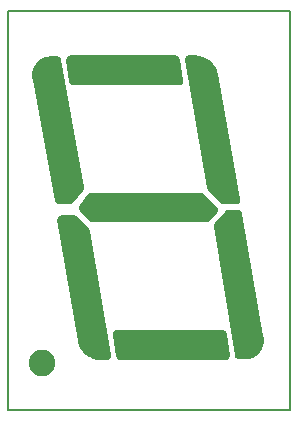
<source format=gbr>
G04 EAGLE Gerber RS-274X export*
G75*
%MOMM*%
%FSLAX34Y34*%
%LPD*%
%INSilkscreen Bottom*%
%IPPOS*%
%AMOC8*
5,1,8,0,0,1.08239X$1,22.5*%
G01*
%ADD10C,0.152400*%
%ADD11C,2.250000*%

G36*
X501289Y67864D02*
X501289Y67864D01*
X501363Y67866D01*
X503560Y68118D01*
X503561Y68118D01*
X503564Y68119D01*
X504091Y68219D01*
X504159Y68243D01*
X504213Y68255D01*
X506328Y68902D01*
X506329Y68902D01*
X506333Y68904D01*
X506831Y69098D01*
X506894Y69134D01*
X506945Y69155D01*
X508906Y70176D01*
X508907Y70176D01*
X508911Y70179D01*
X509366Y70460D01*
X509421Y70507D01*
X509468Y70537D01*
X511211Y71897D01*
X511211Y71898D01*
X511212Y71898D01*
X511214Y71900D01*
X511611Y72260D01*
X511657Y72316D01*
X511697Y72354D01*
X513164Y74009D01*
X513165Y74010D01*
X513167Y74013D01*
X513492Y74439D01*
X513526Y74502D01*
X513559Y74547D01*
X514701Y76440D01*
X514701Y76441D01*
X514703Y76445D01*
X514945Y76923D01*
X514967Y76991D01*
X514992Y77041D01*
X515770Y79111D01*
X515771Y79116D01*
X515922Y79629D01*
X515932Y79701D01*
X515947Y79754D01*
X516336Y81931D01*
X516336Y81932D01*
X516336Y81935D01*
X516354Y82107D01*
X516359Y82134D01*
X516359Y82153D01*
X516391Y82468D01*
X516388Y82540D01*
X516393Y82596D01*
X516380Y84807D01*
X516380Y84808D01*
X516379Y84812D01*
X516337Y85345D01*
X516320Y85416D01*
X516315Y85471D01*
X515907Y87606D01*
X498305Y191138D01*
X498289Y191202D01*
X498280Y191268D01*
X498224Y191464D01*
X498175Y191663D01*
X498150Y191724D01*
X498131Y191788D01*
X498047Y191973D01*
X497969Y192162D01*
X497935Y192219D01*
X497908Y192280D01*
X497797Y192451D01*
X497692Y192626D01*
X497650Y192678D01*
X497614Y192733D01*
X497479Y192887D01*
X497350Y193044D01*
X497301Y193089D01*
X497257Y193139D01*
X497100Y193271D01*
X496949Y193408D01*
X496894Y193444D01*
X496843Y193487D01*
X496670Y193594D01*
X496500Y193708D01*
X496440Y193736D01*
X496383Y193771D01*
X496196Y193851D01*
X496011Y193938D01*
X495947Y193957D01*
X495886Y193983D01*
X495689Y194035D01*
X495493Y194094D01*
X495428Y194104D01*
X495364Y194121D01*
X495226Y194133D01*
X494959Y194172D01*
X494805Y194172D01*
X494700Y194181D01*
X486150Y194181D01*
X485975Y194168D01*
X485800Y194164D01*
X485706Y194148D01*
X485611Y194141D01*
X485440Y194103D01*
X485268Y194073D01*
X485177Y194043D01*
X485084Y194022D01*
X484920Y193959D01*
X484754Y193904D01*
X484669Y193862D01*
X484580Y193827D01*
X484428Y193740D01*
X484271Y193662D01*
X484193Y193607D01*
X484110Y193559D01*
X483972Y193451D01*
X483829Y193350D01*
X483772Y193294D01*
X483685Y193226D01*
X483441Y192967D01*
X483355Y192882D01*
X474922Y182883D01*
X474829Y182754D01*
X474728Y182631D01*
X474670Y182536D01*
X474605Y182445D01*
X474532Y182304D01*
X474450Y182167D01*
X474407Y182065D01*
X474356Y181966D01*
X474304Y181815D01*
X474244Y181668D01*
X474217Y181560D01*
X474181Y181455D01*
X474152Y181298D01*
X474113Y181143D01*
X474103Y181033D01*
X474082Y180923D01*
X474077Y180764D01*
X474062Y180605D01*
X474068Y180513D01*
X474064Y180383D01*
X474099Y180074D01*
X474108Y179941D01*
X491771Y71061D01*
X491778Y71030D01*
X491782Y70998D01*
X491841Y70767D01*
X491897Y70535D01*
X491909Y70505D01*
X491916Y70475D01*
X492009Y70255D01*
X492099Y70034D01*
X492115Y70006D01*
X492127Y69977D01*
X492251Y69773D01*
X492372Y69567D01*
X492392Y69543D01*
X492408Y69516D01*
X492561Y69333D01*
X492711Y69147D01*
X492735Y69125D01*
X492755Y69101D01*
X492934Y68942D01*
X493109Y68781D01*
X493135Y68763D01*
X493159Y68742D01*
X493359Y68611D01*
X493556Y68477D01*
X493585Y68463D01*
X493611Y68446D01*
X493828Y68347D01*
X494043Y68243D01*
X494073Y68234D01*
X494102Y68220D01*
X494331Y68154D01*
X494559Y68083D01*
X494591Y68078D01*
X494621Y68069D01*
X494740Y68055D01*
X495094Y68001D01*
X495203Y68001D01*
X495283Y67991D01*
X500849Y67843D01*
X501289Y67864D01*
G37*
G36*
X493049Y199030D02*
X493049Y199030D01*
X493198Y199031D01*
X493318Y199050D01*
X493439Y199059D01*
X493585Y199092D01*
X493732Y199115D01*
X493847Y199151D01*
X493966Y199178D01*
X494105Y199232D01*
X494247Y199276D01*
X494357Y199329D01*
X494470Y199373D01*
X494600Y199447D01*
X494734Y199512D01*
X494834Y199580D01*
X494940Y199641D01*
X495057Y199733D01*
X495180Y199817D01*
X495269Y199899D01*
X495365Y199974D01*
X495467Y200083D01*
X495576Y200184D01*
X495653Y200279D01*
X495736Y200367D01*
X495821Y200489D01*
X495914Y200606D01*
X495976Y200711D01*
X496045Y200811D01*
X496111Y200944D01*
X496186Y201073D01*
X496232Y201186D01*
X496286Y201295D01*
X496331Y201436D01*
X496387Y201575D01*
X496415Y201693D01*
X496452Y201809D01*
X496477Y201956D01*
X496511Y202101D01*
X496521Y202222D01*
X496541Y202342D01*
X496544Y202491D01*
X496556Y202639D01*
X496548Y202739D01*
X496550Y202882D01*
X496513Y203166D01*
X496502Y203303D01*
X478052Y309053D01*
X477970Y309378D01*
X477944Y309503D01*
X477116Y312186D01*
X476919Y312689D01*
X476897Y312727D01*
X476884Y312760D01*
X475615Y315264D01*
X475336Y315727D01*
X475308Y315761D01*
X475290Y315791D01*
X473617Y318046D01*
X473264Y318455D01*
X473230Y318483D01*
X473207Y318510D01*
X471178Y320450D01*
X470761Y320793D01*
X470723Y320816D01*
X470696Y320838D01*
X468368Y322408D01*
X467899Y322676D01*
X467858Y322692D01*
X467827Y322709D01*
X465268Y323864D01*
X464761Y324049D01*
X464717Y324058D01*
X464684Y324070D01*
X461967Y324776D01*
X461435Y324873D01*
X461391Y324874D01*
X461357Y324880D01*
X458560Y325118D01*
X458371Y325120D01*
X458250Y325131D01*
X453300Y325131D01*
X453151Y325120D01*
X453001Y325119D01*
X452881Y325100D01*
X452761Y325091D01*
X452615Y325058D01*
X452467Y325035D01*
X452351Y324999D01*
X452234Y324972D01*
X452094Y324918D01*
X451951Y324873D01*
X451842Y324821D01*
X451730Y324777D01*
X451600Y324703D01*
X451465Y324637D01*
X451365Y324569D01*
X451260Y324509D01*
X451142Y324417D01*
X451019Y324332D01*
X450930Y324250D01*
X450835Y324176D01*
X450732Y324067D01*
X450622Y323965D01*
X450547Y323870D01*
X450464Y323783D01*
X450378Y323660D01*
X450285Y323543D01*
X450224Y323438D01*
X450155Y323339D01*
X450088Y323205D01*
X450013Y323076D01*
X449968Y322964D01*
X449914Y322855D01*
X449868Y322713D01*
X449813Y322574D01*
X449785Y322456D01*
X449748Y322341D01*
X449723Y322194D01*
X449689Y322048D01*
X449679Y321927D01*
X449659Y321808D01*
X449656Y321658D01*
X449644Y321509D01*
X449652Y321409D01*
X449650Y321268D01*
X449687Y320982D01*
X449698Y320845D01*
X468598Y212845D01*
X468649Y212645D01*
X468692Y212445D01*
X468715Y212384D01*
X468731Y212321D01*
X468810Y212131D01*
X468882Y211939D01*
X468914Y211882D01*
X468939Y211822D01*
X469045Y211646D01*
X469145Y211466D01*
X469180Y211422D01*
X469218Y211359D01*
X469551Y210956D01*
X469560Y210945D01*
X479910Y200145D01*
X479954Y200106D01*
X479993Y200061D01*
X480155Y199925D01*
X480312Y199784D01*
X480361Y199751D01*
X480407Y199713D01*
X480586Y199602D01*
X480763Y199485D01*
X480816Y199460D01*
X480867Y199429D01*
X481061Y199346D01*
X481252Y199257D01*
X481309Y199240D01*
X481364Y199217D01*
X481568Y199163D01*
X481770Y199103D01*
X481829Y199095D01*
X481886Y199079D01*
X482024Y199067D01*
X482306Y199027D01*
X482449Y199028D01*
X482550Y199019D01*
X492900Y199019D01*
X493049Y199030D01*
G37*
G36*
X352225Y199032D02*
X352225Y199032D01*
X352400Y199036D01*
X352494Y199052D01*
X352589Y199059D01*
X352760Y199097D01*
X352933Y199127D01*
X353023Y199157D01*
X353116Y199178D01*
X353280Y199241D01*
X353446Y199296D01*
X353531Y199339D01*
X353620Y199373D01*
X353772Y199460D01*
X353929Y199538D01*
X354007Y199593D01*
X354090Y199641D01*
X354228Y199749D01*
X354371Y199850D01*
X354428Y199906D01*
X354515Y199974D01*
X354759Y200233D01*
X354845Y200318D01*
X363278Y210317D01*
X363386Y210466D01*
X363501Y210609D01*
X363544Y210684D01*
X363595Y210755D01*
X363680Y210918D01*
X363772Y211077D01*
X363804Y211157D01*
X363844Y211234D01*
X363904Y211408D01*
X363971Y211579D01*
X363991Y211664D01*
X364019Y211745D01*
X364053Y211926D01*
X364095Y212105D01*
X364102Y212192D01*
X364118Y212277D01*
X364124Y212461D01*
X364139Y212644D01*
X364133Y212718D01*
X364136Y212817D01*
X364093Y213203D01*
X364084Y213308D01*
X345071Y321288D01*
X345069Y321295D01*
X345068Y321302D01*
X345003Y321556D01*
X344938Y321812D01*
X344935Y321818D01*
X344934Y321825D01*
X344832Y322064D01*
X344729Y322311D01*
X344726Y322317D01*
X344723Y322323D01*
X344586Y322548D01*
X344450Y322773D01*
X344445Y322778D01*
X344442Y322784D01*
X344272Y322987D01*
X344105Y323189D01*
X344100Y323194D01*
X344095Y323199D01*
X343900Y323373D01*
X343702Y323550D01*
X343696Y323554D01*
X343691Y323558D01*
X343473Y323701D01*
X343251Y323847D01*
X343245Y323850D01*
X343239Y323854D01*
X343002Y323963D01*
X342761Y324075D01*
X342754Y324077D01*
X342748Y324080D01*
X342494Y324153D01*
X342242Y324228D01*
X342236Y324229D01*
X342229Y324231D01*
X342181Y324236D01*
X341707Y324303D01*
X341627Y324302D01*
X341567Y324309D01*
X336001Y324457D01*
X335561Y324436D01*
X335487Y324434D01*
X333290Y324182D01*
X333289Y324182D01*
X333286Y324181D01*
X332759Y324081D01*
X332691Y324057D01*
X332637Y324046D01*
X330522Y323398D01*
X330521Y323398D01*
X330517Y323396D01*
X330019Y323202D01*
X329956Y323166D01*
X329905Y323145D01*
X327944Y322124D01*
X327943Y322124D01*
X327939Y322121D01*
X327484Y321840D01*
X327429Y321793D01*
X327382Y321763D01*
X325639Y320403D01*
X325639Y320402D01*
X325638Y320402D01*
X325636Y320400D01*
X325239Y320040D01*
X325193Y319984D01*
X325153Y319946D01*
X323686Y318291D01*
X323685Y318290D01*
X323683Y318287D01*
X323359Y317861D01*
X323324Y317798D01*
X323291Y317753D01*
X322149Y315860D01*
X322149Y315859D01*
X322147Y315855D01*
X321905Y315378D01*
X321883Y315309D01*
X321858Y315259D01*
X321080Y313190D01*
X321080Y313189D01*
X321079Y313185D01*
X320928Y312671D01*
X320918Y312599D01*
X320903Y312546D01*
X320514Y310369D01*
X320514Y310368D01*
X320514Y310365D01*
X320459Y309832D01*
X320462Y309760D01*
X320457Y309704D01*
X320470Y307493D01*
X320470Y307492D01*
X320471Y307488D01*
X320513Y306955D01*
X320530Y306884D01*
X320535Y306829D01*
X320947Y304671D01*
X339905Y202011D01*
X339915Y201972D01*
X339920Y201932D01*
X339983Y201711D01*
X340042Y201488D01*
X340058Y201451D01*
X340069Y201412D01*
X340164Y201203D01*
X340254Y200991D01*
X340276Y200957D01*
X340292Y200920D01*
X340417Y200728D01*
X340538Y200531D01*
X340564Y200500D01*
X340586Y200467D01*
X340738Y200294D01*
X340886Y200118D01*
X340917Y200092D01*
X340943Y200061D01*
X341119Y199913D01*
X341292Y199761D01*
X341326Y199739D01*
X341357Y199713D01*
X341552Y199592D01*
X341746Y199467D01*
X341782Y199450D01*
X341817Y199429D01*
X342028Y199339D01*
X342238Y199244D01*
X342276Y199233D01*
X342314Y199217D01*
X342536Y199158D01*
X342757Y199095D01*
X342797Y199090D01*
X342836Y199079D01*
X342965Y199068D01*
X343293Y199025D01*
X343413Y199027D01*
X343500Y199019D01*
X352050Y199019D01*
X352225Y199032D01*
G37*
G36*
X383692Y67179D02*
X383692Y67179D01*
X383835Y67180D01*
X383961Y67199D01*
X384089Y67209D01*
X384228Y67240D01*
X384369Y67262D01*
X384491Y67300D01*
X384616Y67328D01*
X384749Y67379D01*
X384886Y67421D01*
X385001Y67477D01*
X385120Y67523D01*
X385244Y67594D01*
X385373Y67656D01*
X385478Y67727D01*
X385590Y67791D01*
X385702Y67879D01*
X385820Y67959D01*
X385914Y68045D01*
X386015Y68124D01*
X386113Y68228D01*
X386218Y68325D01*
X386298Y68424D01*
X386386Y68517D01*
X386467Y68634D01*
X386557Y68745D01*
X386622Y68856D01*
X386695Y68961D01*
X386759Y69088D01*
X386831Y69211D01*
X386879Y69330D01*
X386936Y69445D01*
X386980Y69580D01*
X387033Y69713D01*
X387063Y69837D01*
X387102Y69959D01*
X387126Y70099D01*
X387159Y70238D01*
X387170Y70366D01*
X387191Y70492D01*
X387194Y70634D01*
X387206Y70777D01*
X387198Y70881D01*
X387200Y71032D01*
X387165Y71303D01*
X387154Y71441D01*
X369154Y176741D01*
X369094Y176984D01*
X369035Y177230D01*
X369028Y177247D01*
X369024Y177266D01*
X368928Y177499D01*
X368834Y177732D01*
X368825Y177748D01*
X368818Y177765D01*
X368688Y177981D01*
X368562Y178198D01*
X368551Y178211D01*
X368540Y178229D01*
X368197Y178647D01*
X368160Y178681D01*
X368135Y178710D01*
X358235Y188610D01*
X358220Y188623D01*
X358207Y188639D01*
X358015Y188801D01*
X357826Y188963D01*
X357809Y188974D01*
X357793Y188987D01*
X357581Y189118D01*
X357369Y189252D01*
X357350Y189260D01*
X357333Y189271D01*
X357104Y189369D01*
X356875Y189470D01*
X356855Y189475D01*
X356836Y189483D01*
X356594Y189547D01*
X356353Y189613D01*
X356333Y189615D01*
X356314Y189621D01*
X356216Y189629D01*
X355817Y189677D01*
X355721Y189675D01*
X355650Y189681D01*
X345300Y189681D01*
X345164Y189671D01*
X345027Y189671D01*
X344895Y189651D01*
X344761Y189641D01*
X344628Y189611D01*
X344493Y189591D01*
X344365Y189552D01*
X344234Y189522D01*
X344107Y189473D01*
X343976Y189433D01*
X343855Y189375D01*
X343730Y189327D01*
X343611Y189259D01*
X343488Y189201D01*
X343377Y189126D01*
X343260Y189059D01*
X343153Y188975D01*
X343040Y188899D01*
X342941Y188808D01*
X342835Y188726D01*
X342742Y188627D01*
X342641Y188534D01*
X342556Y188430D01*
X342464Y188333D01*
X342386Y188221D01*
X342300Y188115D01*
X342232Y187999D01*
X342155Y187889D01*
X342094Y187767D01*
X342025Y187650D01*
X341974Y187526D01*
X341914Y187405D01*
X341872Y187276D01*
X341821Y187149D01*
X341789Y187019D01*
X341748Y186891D01*
X341725Y186757D01*
X341693Y186624D01*
X341681Y186491D01*
X341659Y186358D01*
X341657Y186222D01*
X341644Y186086D01*
X341652Y185977D01*
X341650Y185818D01*
X341684Y185559D01*
X341694Y185421D01*
X358794Y83271D01*
X358883Y82906D01*
X358906Y82797D01*
X359734Y80114D01*
X359931Y79611D01*
X359953Y79573D01*
X359966Y79540D01*
X361235Y77036D01*
X361514Y76573D01*
X361542Y76539D01*
X361560Y76509D01*
X363233Y74255D01*
X363586Y73845D01*
X363620Y73817D01*
X363643Y73790D01*
X365672Y71850D01*
X366021Y71563D01*
X366073Y71519D01*
X366078Y71516D01*
X366089Y71507D01*
X366127Y71484D01*
X366154Y71462D01*
X368482Y69892D01*
X368951Y69624D01*
X368992Y69608D01*
X369023Y69591D01*
X371582Y68436D01*
X372090Y68251D01*
X372133Y68242D01*
X372166Y68230D01*
X374883Y67524D01*
X375415Y67427D01*
X375459Y67426D01*
X375493Y67420D01*
X378291Y67182D01*
X378479Y67180D01*
X378600Y67169D01*
X383550Y67169D01*
X383692Y67179D01*
G37*
G36*
X467270Y183720D02*
X467270Y183720D01*
X467290Y183719D01*
X467540Y183740D01*
X467789Y183759D01*
X467809Y183763D01*
X467829Y183765D01*
X468072Y183823D01*
X468316Y183878D01*
X468335Y183885D01*
X468355Y183890D01*
X468587Y183983D01*
X468820Y184073D01*
X468838Y184083D01*
X468857Y184091D01*
X469072Y184216D01*
X469290Y184341D01*
X469306Y184353D01*
X469323Y184363D01*
X469398Y184426D01*
X469715Y184674D01*
X469781Y184744D01*
X469835Y184790D01*
X476585Y191540D01*
X476653Y191618D01*
X476728Y191690D01*
X476830Y191823D01*
X476938Y191949D01*
X476994Y192037D01*
X477057Y192119D01*
X477138Y192265D01*
X477227Y192406D01*
X477269Y192501D01*
X477319Y192592D01*
X477378Y192748D01*
X477445Y192900D01*
X477472Y193000D01*
X477509Y193098D01*
X477544Y193261D01*
X477588Y193422D01*
X477600Y193525D01*
X477622Y193626D01*
X477633Y193793D01*
X477652Y193958D01*
X477650Y194062D01*
X477656Y194165D01*
X477642Y194332D01*
X477637Y194498D01*
X477619Y194601D01*
X477610Y194704D01*
X477572Y194866D01*
X477542Y195031D01*
X477509Y195129D01*
X477485Y195230D01*
X477423Y195385D01*
X477370Y195543D01*
X477323Y195635D01*
X477284Y195732D01*
X477200Y195875D01*
X477124Y196024D01*
X477064Y196109D01*
X477012Y196198D01*
X476930Y196296D01*
X476810Y196464D01*
X476667Y196612D01*
X476585Y196710D01*
X465335Y207960D01*
X465320Y207973D01*
X465307Y207989D01*
X465115Y208151D01*
X464926Y208313D01*
X464909Y208324D01*
X464893Y208337D01*
X464681Y208468D01*
X464469Y208602D01*
X464450Y208610D01*
X464433Y208621D01*
X464204Y208719D01*
X463975Y208820D01*
X463955Y208825D01*
X463936Y208833D01*
X463694Y208897D01*
X463453Y208963D01*
X463433Y208965D01*
X463414Y208971D01*
X463316Y208979D01*
X462917Y209027D01*
X462821Y209025D01*
X462750Y209031D01*
X370500Y209031D01*
X370448Y209027D01*
X370397Y209030D01*
X370180Y209008D01*
X369961Y208991D01*
X369910Y208980D01*
X369859Y208975D01*
X369647Y208921D01*
X369434Y208872D01*
X369386Y208854D01*
X369335Y208841D01*
X369134Y208756D01*
X368930Y208677D01*
X368885Y208651D01*
X368837Y208631D01*
X368650Y208518D01*
X368460Y208409D01*
X368420Y208377D01*
X368375Y208351D01*
X368207Y208211D01*
X368035Y208076D01*
X368000Y208038D01*
X367960Y208005D01*
X367871Y207902D01*
X367664Y207683D01*
X367587Y207573D01*
X367525Y207500D01*
X360775Y198050D01*
X360763Y198031D01*
X360749Y198013D01*
X360623Y197800D01*
X360494Y197588D01*
X360485Y197567D01*
X360474Y197548D01*
X360381Y197319D01*
X360284Y197090D01*
X360279Y197068D01*
X360270Y197047D01*
X360212Y196808D01*
X360150Y196567D01*
X360148Y196544D01*
X360143Y196522D01*
X360121Y196276D01*
X360095Y196029D01*
X360096Y196006D01*
X360094Y195983D01*
X360109Y195737D01*
X360120Y195489D01*
X360124Y195467D01*
X360126Y195444D01*
X360176Y195202D01*
X360224Y194959D01*
X360231Y194937D01*
X360236Y194915D01*
X360322Y194683D01*
X360405Y194449D01*
X360415Y194429D01*
X360423Y194408D01*
X360543Y194190D01*
X360659Y193972D01*
X360672Y193954D01*
X360683Y193934D01*
X360748Y193852D01*
X360980Y193538D01*
X361050Y193468D01*
X361096Y193410D01*
X369196Y184860D01*
X369247Y184814D01*
X369293Y184761D01*
X369447Y184632D01*
X369595Y184497D01*
X369653Y184458D01*
X369707Y184413D01*
X369877Y184308D01*
X370044Y184196D01*
X370107Y184166D01*
X370167Y184129D01*
X370351Y184050D01*
X370533Y183964D01*
X370600Y183944D01*
X370664Y183917D01*
X370858Y183866D01*
X371050Y183807D01*
X371119Y183797D01*
X371186Y183779D01*
X371324Y183767D01*
X371585Y183728D01*
X371742Y183729D01*
X371850Y183719D01*
X467250Y183719D01*
X467270Y183720D01*
G37*
G36*
X444899Y299830D02*
X444899Y299830D01*
X445049Y299831D01*
X445169Y299850D01*
X445289Y299859D01*
X445435Y299892D01*
X445583Y299915D01*
X445699Y299951D01*
X445816Y299978D01*
X445956Y300032D01*
X446099Y300077D01*
X446208Y300129D01*
X446320Y300173D01*
X446450Y300247D01*
X446585Y300313D01*
X446685Y300381D01*
X446790Y300441D01*
X446908Y300533D01*
X447031Y300618D01*
X447120Y300700D01*
X447215Y300774D01*
X447318Y300883D01*
X447428Y300985D01*
X447503Y301080D01*
X447586Y301167D01*
X447672Y301290D01*
X447765Y301407D01*
X447826Y301512D01*
X447895Y301611D01*
X447962Y301745D01*
X448037Y301874D01*
X448082Y301986D01*
X448136Y302095D01*
X448182Y302237D01*
X448237Y302376D01*
X448265Y302494D01*
X448302Y302609D01*
X448327Y302756D01*
X448361Y302903D01*
X448371Y303023D01*
X448391Y303142D01*
X448394Y303292D01*
X448406Y303441D01*
X448398Y303541D01*
X448400Y303682D01*
X448363Y303968D01*
X448352Y304105D01*
X445202Y322105D01*
X445187Y322161D01*
X445180Y322218D01*
X445121Y322423D01*
X445069Y322629D01*
X445047Y322682D01*
X445031Y322738D01*
X444943Y322932D01*
X444861Y323128D01*
X444832Y323177D01*
X444808Y323230D01*
X444692Y323409D01*
X444582Y323591D01*
X444545Y323635D01*
X444514Y323683D01*
X444373Y323843D01*
X444237Y324007D01*
X444195Y324046D01*
X444157Y324089D01*
X443994Y324226D01*
X443835Y324368D01*
X443787Y324400D01*
X443743Y324437D01*
X443562Y324549D01*
X443384Y324666D01*
X443332Y324691D01*
X443283Y324721D01*
X443087Y324805D01*
X442894Y324894D01*
X442839Y324911D01*
X442786Y324933D01*
X442580Y324988D01*
X442376Y325048D01*
X442319Y325056D01*
X442264Y325071D01*
X442127Y325083D01*
X441841Y325123D01*
X441699Y325122D01*
X441600Y325131D01*
X352950Y325131D01*
X352890Y325127D01*
X352829Y325129D01*
X352620Y325107D01*
X352411Y325091D01*
X352352Y325078D01*
X352292Y325072D01*
X352088Y325019D01*
X351884Y324972D01*
X351827Y324950D01*
X351769Y324935D01*
X351576Y324853D01*
X351380Y324777D01*
X351327Y324747D01*
X351272Y324723D01*
X351093Y324614D01*
X350910Y324509D01*
X350863Y324472D01*
X350811Y324440D01*
X350650Y324305D01*
X350485Y324176D01*
X350444Y324132D01*
X350397Y324093D01*
X350258Y323935D01*
X350114Y323783D01*
X350079Y323733D01*
X350039Y323688D01*
X349925Y323512D01*
X349805Y323339D01*
X349778Y323285D01*
X349745Y323234D01*
X349658Y323044D01*
X349564Y322855D01*
X349546Y322798D01*
X349521Y322743D01*
X349463Y322541D01*
X349398Y322341D01*
X349388Y322281D01*
X349371Y322223D01*
X349344Y322015D01*
X349309Y321808D01*
X349308Y321748D01*
X349300Y321688D01*
X349305Y321550D01*
X349300Y321268D01*
X349319Y321124D01*
X349322Y321022D01*
X351572Y303022D01*
X351601Y302877D01*
X351620Y302732D01*
X351654Y302613D01*
X351678Y302492D01*
X351728Y302353D01*
X351769Y302212D01*
X351820Y302100D01*
X351862Y301983D01*
X351932Y301854D01*
X351992Y301720D01*
X352060Y301616D01*
X352118Y301507D01*
X352206Y301390D01*
X352286Y301267D01*
X352368Y301174D01*
X352442Y301075D01*
X352546Y300971D01*
X352643Y300861D01*
X352738Y300782D01*
X352826Y300694D01*
X352945Y300607D01*
X353057Y300513D01*
X353162Y300448D01*
X353262Y300375D01*
X353392Y300306D01*
X353517Y300229D01*
X353631Y300181D01*
X353740Y300123D01*
X353879Y300074D01*
X354014Y300017D01*
X354133Y299985D01*
X354250Y299944D01*
X354394Y299917D01*
X354536Y299879D01*
X354638Y299870D01*
X354781Y299843D01*
X355063Y299831D01*
X355200Y299819D01*
X444750Y299819D01*
X444899Y299830D01*
G37*
G36*
X483960Y67173D02*
X483960Y67173D01*
X484021Y67171D01*
X484230Y67193D01*
X484439Y67209D01*
X484498Y67222D01*
X484558Y67229D01*
X484762Y67282D01*
X484966Y67328D01*
X485023Y67350D01*
X485081Y67365D01*
X485274Y67447D01*
X485470Y67523D01*
X485523Y67553D01*
X485579Y67577D01*
X485757Y67686D01*
X485940Y67791D01*
X485987Y67828D01*
X486039Y67860D01*
X486200Y67995D01*
X486365Y68124D01*
X486406Y68168D01*
X486453Y68207D01*
X486592Y68365D01*
X486736Y68517D01*
X486771Y68567D01*
X486811Y68612D01*
X486925Y68788D01*
X487045Y68961D01*
X487072Y69015D01*
X487105Y69066D01*
X487192Y69256D01*
X487286Y69445D01*
X487304Y69502D01*
X487329Y69557D01*
X487387Y69759D01*
X487452Y69959D01*
X487462Y70019D01*
X487479Y70077D01*
X487507Y70285D01*
X487541Y70492D01*
X487542Y70552D01*
X487550Y70612D01*
X487546Y70750D01*
X487550Y71032D01*
X487531Y71177D01*
X487528Y71279D01*
X485278Y89279D01*
X485249Y89423D01*
X485230Y89568D01*
X485196Y89687D01*
X485172Y89808D01*
X485122Y89947D01*
X485081Y90088D01*
X485030Y90200D01*
X484988Y90317D01*
X484918Y90446D01*
X484858Y90580D01*
X484790Y90684D01*
X484732Y90793D01*
X484644Y90910D01*
X484564Y91033D01*
X484482Y91126D01*
X484408Y91225D01*
X484304Y91329D01*
X484207Y91439D01*
X484112Y91519D01*
X484024Y91606D01*
X483905Y91693D01*
X483793Y91787D01*
X483688Y91852D01*
X483588Y91925D01*
X483458Y91994D01*
X483333Y92071D01*
X483219Y92119D01*
X483110Y92177D01*
X482971Y92226D01*
X482836Y92283D01*
X482717Y92315D01*
X482600Y92356D01*
X482456Y92383D01*
X482314Y92421D01*
X482212Y92430D01*
X482069Y92457D01*
X481787Y92469D01*
X481650Y92481D01*
X392100Y92481D01*
X391951Y92470D01*
X391801Y92469D01*
X391681Y92450D01*
X391561Y92441D01*
X391415Y92408D01*
X391267Y92385D01*
X391151Y92349D01*
X391034Y92322D01*
X390894Y92268D01*
X390751Y92223D01*
X390642Y92171D01*
X390530Y92127D01*
X390400Y92053D01*
X390265Y91987D01*
X390165Y91919D01*
X390060Y91859D01*
X389942Y91767D01*
X389819Y91682D01*
X389730Y91600D01*
X389635Y91526D01*
X389532Y91417D01*
X389422Y91315D01*
X389347Y91220D01*
X389264Y91133D01*
X389178Y91010D01*
X389085Y90893D01*
X389024Y90788D01*
X388955Y90689D01*
X388888Y90555D01*
X388813Y90426D01*
X388768Y90314D01*
X388714Y90205D01*
X388668Y90063D01*
X388613Y89924D01*
X388585Y89806D01*
X388548Y89691D01*
X388523Y89544D01*
X388489Y89398D01*
X388479Y89277D01*
X388459Y89158D01*
X388456Y89008D01*
X388444Y88859D01*
X388452Y88759D01*
X388450Y88618D01*
X388487Y88332D01*
X388498Y88195D01*
X391648Y70195D01*
X391663Y70139D01*
X391670Y70082D01*
X391729Y69877D01*
X391781Y69671D01*
X391803Y69618D01*
X391819Y69562D01*
X391907Y69368D01*
X391989Y69172D01*
X392018Y69123D01*
X392042Y69070D01*
X392158Y68891D01*
X392268Y68709D01*
X392305Y68665D01*
X392336Y68617D01*
X392477Y68457D01*
X392613Y68293D01*
X392655Y68254D01*
X392693Y68211D01*
X392856Y68074D01*
X393015Y67932D01*
X393063Y67900D01*
X393107Y67863D01*
X393288Y67751D01*
X393466Y67634D01*
X393518Y67609D01*
X393567Y67579D01*
X393763Y67495D01*
X393956Y67406D01*
X394011Y67389D01*
X394064Y67367D01*
X394270Y67312D01*
X394474Y67252D01*
X394531Y67244D01*
X394586Y67229D01*
X394723Y67217D01*
X395009Y67177D01*
X395151Y67178D01*
X395250Y67169D01*
X483900Y67169D01*
X483960Y67173D01*
G37*
D10*
X538330Y362765D02*
X299870Y362765D01*
X299870Y24835D02*
X538330Y24835D01*
X538330Y362765D01*
X299870Y362765D02*
X299870Y24835D01*
D11*
X328600Y64675D03*
M02*

</source>
